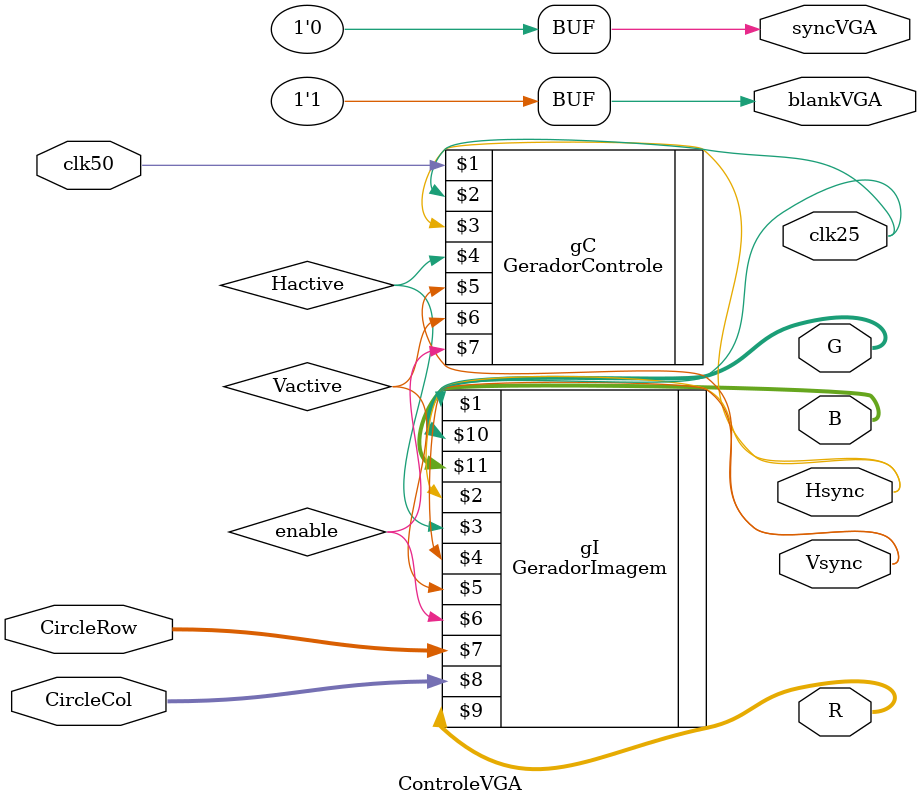
<source format=v>
module ControleVGA (
    input wire clk50,
    input wire[8:0] CircleRow,
    input wire[9:0] CircleCol,

    output wire clk25, Hsync, Vsync,
    output wire syncVGA,blankVGA,
    output wire[7:0] R,G,B
);

assign syncVGA = 1'b0;
assign blankVGA = 1'b1;

wire Hactive, Vactive, enable;
GeradorControle gC(clk50, clk25, Hsync, Hactive, Vsync, Vactive, enable);
GeradorImagem gI(clk25, Hsync, Hactive, Vsync, Vactive, enable, CircleRow, CircleCol, R, G, B);
    
endmodule
</source>
